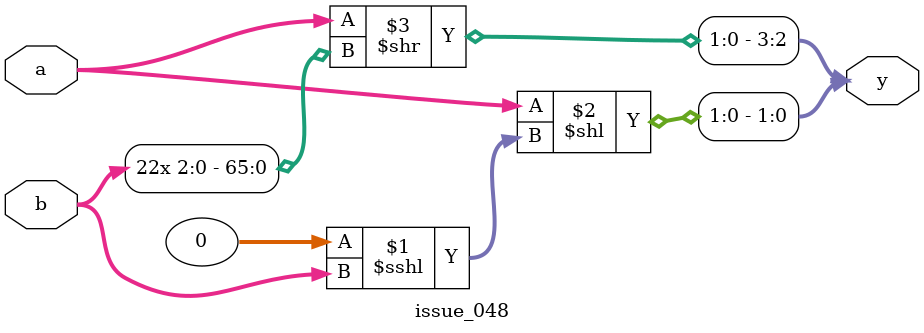
<source format=v>
module issue_048(a, b, y);
  input [1:0] a;
  input [2:0] b;
  output [3:0] y;

  // For "b != 0" this should return "y[3:2] == 0". But iverilog 020e280 returns "y[3:2] == y[1:0]" instead.
  assign y = {a >> {22{b}}, a << (0 <<< b)};
endmodule

</source>
